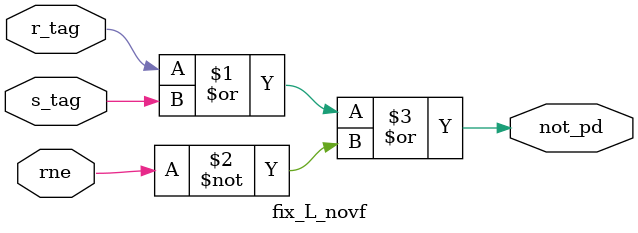
<source format=v>


module	fix_L_novf 
	(
	// inputs:

	r_tag,
	s_tag,
	rne,

	// outputs:

	not_pd
	);



input	r_tag;
input	s_tag;
input	rne;

output	not_pd;

assign not_pd = r_tag | s_tag | ~rne ;

endmodule 





</source>
